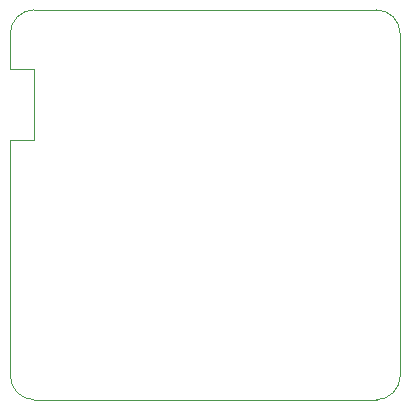
<source format=gko>
%TF.GenerationSoftware,KiCad,Pcbnew,(5.1.10)-1*%
%TF.CreationDate,2021-12-14T18:37:17+01:00*%
%TF.ProjectId,shield_v1,73686965-6c64-45f7-9631-2e6b69636164,rev?*%
%TF.SameCoordinates,Original*%
%TF.FileFunction,Profile,NP*%
%FSLAX46Y46*%
G04 Gerber Fmt 4.6, Leading zero omitted, Abs format (unit mm)*
G04 Created by KiCad (PCBNEW (5.1.10)-1) date 2021-12-14 18:37:17*
%MOMM*%
%LPD*%
G01*
G04 APERTURE LIST*
%TA.AperFunction,Profile*%
%ADD10C,0.100000*%
%TD*%
G04 APERTURE END LIST*
D10*
X50000000Y-81000000D02*
G75*
G03*
X52000000Y-83000000I2000000J0D01*
G01*
X83000000Y-81000000D02*
G75*
G02*
X81000000Y-83000000I-2000000J0D01*
G01*
X83000000Y-52000000D02*
G75*
G03*
X81000000Y-50000000I-2000000J0D01*
G01*
X50000000Y-52000000D02*
G75*
G02*
X52000000Y-50000000I2000000J0D01*
G01*
X50000000Y-61000000D02*
X50000000Y-81000000D01*
X52000000Y-61000000D02*
X50000000Y-61000000D01*
X52000000Y-55000000D02*
X52000000Y-61000000D01*
X50000000Y-55000000D02*
X52000000Y-55000000D01*
X52000000Y-50000000D02*
X81000000Y-50000000D01*
X83000000Y-52000000D02*
X83000000Y-81000000D01*
X52000000Y-83000000D02*
X81000000Y-83000000D01*
X50000000Y-52000000D02*
X50000000Y-55000000D01*
M02*

</source>
